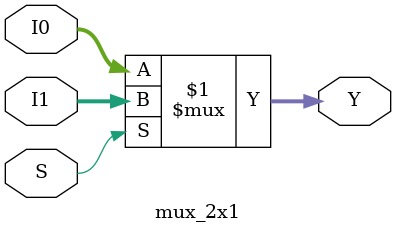
<source format=v>
`timescale 1ns / 1ps


module mux_2x1 #(parameter N = 32)(
    input  [N-1:0] I0, I1, 
    input  S,
    output [N-1:0] Y
    );
    
    assign Y = S ? I1 : I0;
    
endmodule

</source>
